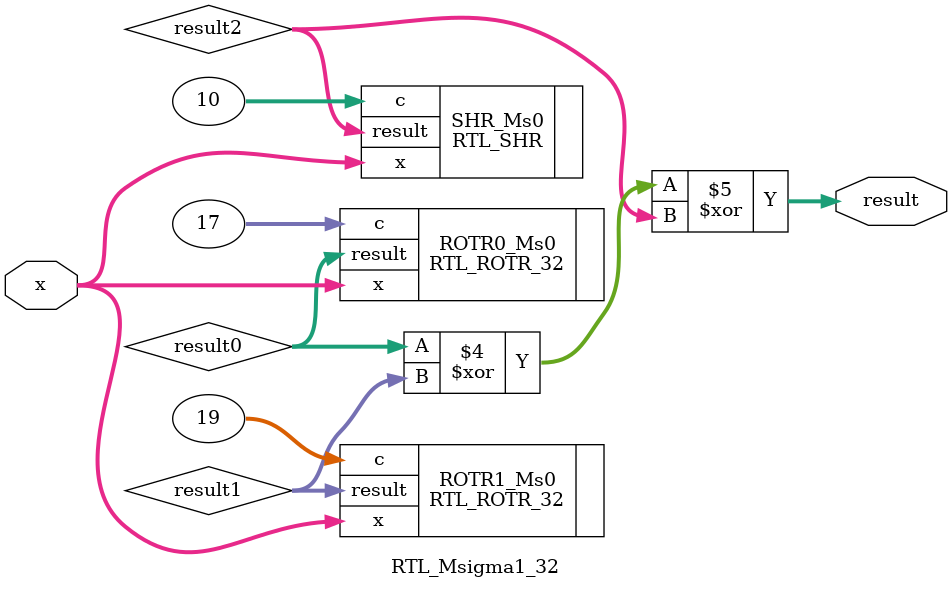
<source format=v>
`timescale 1ns / 1ps


module RTL_Msigma1_32(x,result);
input wire [31:0] x;
output wire [31:0] result;
wire [31:0] result0,result1,result2;
RTL_ROTR_32 ROTR0_Ms0(.x(x),.c(17),.result(result0));
RTL_ROTR_32 ROTR1_Ms0(.x(x),.c(19),.result(result1));
RTL_SHR SHR_Ms0(.x(x),.c(10),.result(result2));
assign result = (result0 ^ result1 ^ result2);
endmodule
//#define sigma1_32(x) (ROTR_32(x,17) ^ ROTR_32(x,19) ^ SHR(x,10))
</source>
